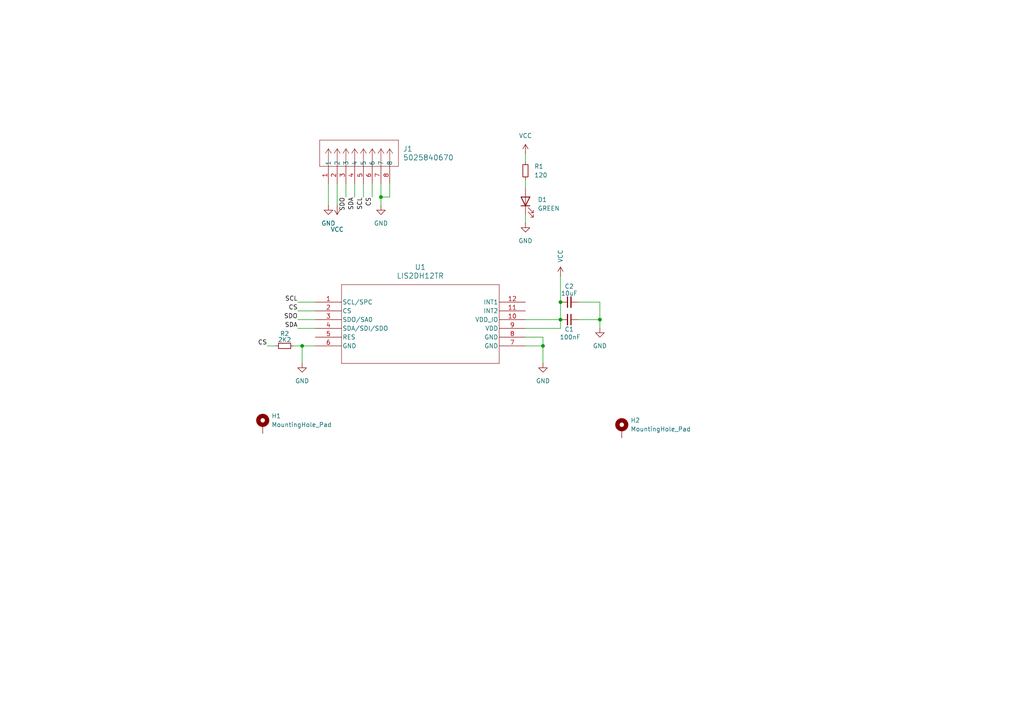
<source format=kicad_sch>
(kicad_sch (version 20231120) (generator "eeschema") (generator_version "8.0")
  (paper "A4")
  (lib_symbols
    (symbol "Device:C_Small" (pin_numbers hide) (pin_names (offset 0.254) hide)
      (property "Reference" "C" (at 0.254 1.778 0))
      (property "Value" "C_Small" (at 0.254 -2.032 0))
      (symbol "C_Small_0_1"
        (polyline (pts (xy -1.524 -0.508) (xy 1.524 -0.508)) (stroke (width 0.3302)))
        (polyline (pts (xy -1.524 0.508) (xy 1.524 0.508)) (stroke (width 0.3048)))
      )
      (symbol "C_Small_1_1"
        (pin passive line (at 0 2.54 270) (length 2.032) (name "~") (number "1"))
        (pin passive line (at 0 -2.54 90) (length 2.032) (name "~") (number "2"))
      )
    )
    (symbol "Device:LED" (pin_numbers hide) (pin_names (offset 1.016) hide)
      (property "Reference" "D" (at 0 2.54 0))
      (property "Value" "LED" (at 0 -2.54 0))
      (symbol "LED_0_1"
        (polyline (pts (xy -1.27 -1.27) (xy -1.27 1.27)) (stroke (width 0.254)))
        (polyline (pts (xy -1.27 0) (xy 1.27 0)))
        (polyline (pts (xy 1.27 -1.27) (xy 1.27 1.27) (xy -1.27 0) (xy 1.27 -1.27)) (stroke (width 0.254)))
        (polyline (pts (xy -3.048 -0.762) (xy -4.572 -2.286) (xy -3.81 -2.286) (xy -4.572 -2.286) (xy -4.572 -1.524)))
        (polyline (pts (xy -1.778 -0.762) (xy -3.302 -2.286) (xy -2.54 -2.286) (xy -3.302 -2.286) (xy -3.302 -1.524)))
      )
      (symbol "LED_1_1"
        (pin passive line (at -3.81 0 0) (length 2.54) (name "K") (number "1"))
        (pin passive line (at 3.81 0 180) (length 2.54) (name "A") (number "2"))
      )
    )
    (symbol "Device:R_Small" (pin_numbers hide) (pin_names (offset 0.254) hide)
      (property "Reference" "R" (at 0.762 0.508 0))
      (property "Value" "R_Small" (at 0.762 -1.016 0))
      (symbol "R_Small_0_1"
        (rectangle (start -0.762 1.778) (end 0.762 -1.778) (stroke (width 0.2032)))
      )
      (symbol "R_Small_1_1"
        (pin passive line (at 0 2.54 270) (length 0.762) (name "~") (number "1"))
        (pin passive line (at 0 -2.54 90) (length 0.762) (name "~") (number "2"))
      )
    )
    (symbol "Mechanical:MountingHole_Pad" (pin_numbers hide) (pin_names (offset 1.016) hide) (exclude_from_sim yes) (in_bom no)
      (property "Reference" "H" (at 0 6.35 0))
      (property "Value" "MountingHole_Pad" (at 0 4.445 0))
      (symbol "MountingHole_Pad_0_1"
        (circle (center 0 1.27) (radius 1.27) (stroke (width 1.27)))
      )
      (symbol "MountingHole_Pad_1_1"
        (pin input line (at 0 -2.54 90) (length 2.54) (name "1") (number "1"))
      )
    )
    (symbol "Molex_5025840670:5025840670" (pin_names (offset 0.254))
      (property "Reference" "J" (at 8.89 6.35 0))
      (property "Value" "5025840670" (at 0 0 0))
      (symbol "5025840670_1_1"
        (polyline (pts (xy 5.08 -20.32) (xy 12.7 -20.32)) (stroke (width 0.127)))
        (polyline (pts (xy 5.08 2.54) (xy 5.08 -20.32)) (stroke (width 0.127)))
        (polyline (pts (xy 10.16 -17.78) (xy 5.08 -17.78)) (stroke (width 0.127)))
        (polyline (pts (xy 10.16 -17.78) (xy 8.89 -18.6267)) (stroke (width 0.127)))
        (polyline (pts (xy 10.16 -17.78) (xy 8.89 -16.9333)) (stroke (width 0.127)))
        (polyline (pts (xy 10.16 -15.24) (xy 5.08 -15.24)) (stroke (width 0.127)))
        (polyline (pts (xy 10.16 -15.24) (xy 8.89 -16.0867)) (stroke (width 0.127)))
        (polyline (pts (xy 10.16 -15.24) (xy 8.89 -14.3933)) (stroke (width 0.127)))
        (polyline (pts (xy 10.16 -12.7) (xy 5.08 -12.7)) (stroke (width 0.127)))
        (polyline (pts (xy 10.16 -12.7) (xy 8.89 -13.5467)) (stroke (width 0.127)))
        (polyline (pts (xy 10.16 -12.7) (xy 8.89 -11.8533)) (stroke (width 0.127)))
        (polyline (pts (xy 10.16 -10.16) (xy 5.08 -10.16)) (stroke (width 0.127)))
        (polyline (pts (xy 10.16 -10.16) (xy 8.89 -11.0067)) (stroke (width 0.127)))
        (polyline (pts (xy 10.16 -10.16) (xy 8.89 -9.3133)) (stroke (width 0.127)))
        (polyline (pts (xy 10.16 -7.62) (xy 5.08 -7.62)) (stroke (width 0.127)))
        (polyline (pts (xy 10.16 -7.62) (xy 8.89 -8.4667)) (stroke (width 0.127)))
        (polyline (pts (xy 10.16 -7.62) (xy 8.89 -6.7733)) (stroke (width 0.127)))
        (polyline (pts (xy 10.16 -5.08) (xy 5.08 -5.08)) (stroke (width 0.127)))
        (polyline (pts (xy 10.16 -5.08) (xy 8.89 -5.9267)) (stroke (width 0.127)))
        (polyline (pts (xy 10.16 -5.08) (xy 8.89 -4.2333)) (stroke (width 0.127)))
        (polyline (pts (xy 10.16 -2.54) (xy 5.08 -2.54)) (stroke (width 0.127)))
        (polyline (pts (xy 10.16 -2.54) (xy 8.89 -3.3867)) (stroke (width 0.127)))
        (polyline (pts (xy 10.16 -2.54) (xy 8.89 -1.6933)) (stroke (width 0.127)))
        (polyline (pts (xy 10.16 0) (xy 5.08 0)) (stroke (width 0.127)))
        (polyline (pts (xy 10.16 0) (xy 8.89 -0.8467)) (stroke (width 0.127)))
        (polyline (pts (xy 10.16 0) (xy 8.89 0.8467)) (stroke (width 0.127)))
        (polyline (pts (xy 12.7 -20.32) (xy 12.7 2.54)) (stroke (width 0.127)))
        (polyline (pts (xy 12.7 2.54) (xy 5.08 2.54)) (stroke (width 0.127)))
        (pin unspecified line (at 0 0 0) (length 5.08) (name "1") (number "1"))
        (pin unspecified line (at 0 -2.54 0) (length 5.08) (name "2") (number "2"))
        (pin unspecified line (at 0 -5.08 0) (length 5.08) (name "3") (number "3"))
        (pin unspecified line (at 0 -7.62 0) (length 5.08) (name "4") (number "4"))
        (pin unspecified line (at 0 -10.16 0) (length 5.08) (name "5") (number "5"))
        (pin unspecified line (at 0 -12.7 0) (length 5.08) (name "6") (number "6"))
        (pin unspecified line (at 0 -15.24 0) (length 5.08) (name "7") (number "7"))
        (pin unspecified line (at 0 -17.78 0) (length 5.08) (name "8") (number "8"))
      )
      (symbol "5025840670_1_2"
        (polyline (pts (xy 5.08 -20.32) (xy 12.7 -20.32)) (stroke (width 0.127)))
        (polyline (pts (xy 5.08 2.54) (xy 5.08 -20.32)) (stroke (width 0.127)))
        (polyline (pts (xy 7.62 -17.78) (xy 5.08 -17.78)) (stroke (width 0.127)))
        (polyline (pts (xy 7.62 -17.78) (xy 8.89 -18.6267)) (stroke (width 0.127)))
        (polyline (pts (xy 7.62 -17.78) (xy 8.89 -16.9333)) (stroke (width 0.127)))
        (polyline (pts (xy 7.62 -15.24) (xy 5.08 -15.24)) (stroke (width 0.127)))
        (polyline (pts (xy 7.62 -15.24) (xy 8.89 -16.0867)) (stroke (width 0.127)))
        (polyline (pts (xy 7.62 -15.24) (xy 8.89 -14.3933)) (stroke (width 0.127)))
        (polyline (pts (xy 7.62 -12.7) (xy 5.08 -12.7)) (stroke (width 0.127)))
        (polyline (pts (xy 7.62 -12.7) (xy 8.89 -13.5467)) (stroke (width 0.127)))
        (polyline (pts (xy 7.62 -12.7) (xy 8.89 -11.8533)) (stroke (width 0.127)))
        (polyline (pts (xy 7.62 -10.16) (xy 5.08 -10.16)) (stroke (width 0.127)))
        (polyline (pts (xy 7.62 -10.16) (xy 8.89 -11.0067)) (stroke (width 0.127)))
        (polyline (pts (xy 7.62 -10.16) (xy 8.89 -9.3133)) (stroke (width 0.127)))
        (polyline (pts (xy 7.62 -7.62) (xy 5.08 -7.62)) (stroke (width 0.127)))
        (polyline (pts (xy 7.62 -7.62) (xy 8.89 -8.4667)) (stroke (width 0.127)))
        (polyline (pts (xy 7.62 -7.62) (xy 8.89 -6.7733)) (stroke (width 0.127)))
        (polyline (pts (xy 7.62 -5.08) (xy 5.08 -5.08)) (stroke (width 0.127)))
        (polyline (pts (xy 7.62 -5.08) (xy 8.89 -5.9267)) (stroke (width 0.127)))
        (polyline (pts (xy 7.62 -5.08) (xy 8.89 -4.2333)) (stroke (width 0.127)))
        (polyline (pts (xy 7.62 -2.54) (xy 5.08 -2.54)) (stroke (width 0.127)))
        (polyline (pts (xy 7.62 -2.54) (xy 8.89 -3.3867)) (stroke (width 0.127)))
        (polyline (pts (xy 7.62 -2.54) (xy 8.89 -1.6933)) (stroke (width 0.127)))
        (polyline (pts (xy 7.62 0) (xy 5.08 0)) (stroke (width 0.127)))
        (polyline (pts (xy 7.62 0) (xy 8.89 -0.8467)) (stroke (width 0.127)))
        (polyline (pts (xy 7.62 0) (xy 8.89 0.8467)) (stroke (width 0.127)))
        (polyline (pts (xy 12.7 -20.32) (xy 12.7 2.54)) (stroke (width 0.127)))
        (polyline (pts (xy 12.7 2.54) (xy 5.08 2.54)) (stroke (width 0.127)))
        (pin unspecified line (at 0 0 0) (length 5.08) (name "1") (number "1"))
        (pin unspecified line (at 0 -2.54 0) (length 5.08) (name "2") (number "2"))
        (pin unspecified line (at 0 -5.08 0) (length 5.08) (name "3") (number "3"))
        (pin unspecified line (at 0 -7.62 0) (length 5.08) (name "4") (number "4"))
        (pin unspecified line (at 0 -10.16 0) (length 5.08) (name "5") (number "5"))
        (pin unspecified line (at 0 -12.7 0) (length 5.08) (name "6") (number "6"))
        (pin unspecified line (at 0 -15.24 0) (length 5.08) (name "7") (number "7"))
        (pin unspecified line (at 0 -17.78 0) (length 5.08) (name "8") (number "8"))
      )
    )
    (symbol "STMicroelectronics:LIS2DH12TR" (pin_names (offset 0.254))
      (property "Reference" "U" (at 30.48 10.16 0))
      (property "Value" "LIS2DH12TR" (at 30.48 7.62 0))
      (symbol "LIS2DH12TR_0_1"
        (polyline (pts (xy 7.62 -17.78) (xy 53.34 -17.78)) (stroke (width 0.127)))
        (polyline (pts (xy 7.62 5.08) (xy 7.62 -17.78)) (stroke (width 0.127)))
        (polyline (pts (xy 53.34 -17.78) (xy 53.34 5.08)) (stroke (width 0.127)))
        (polyline (pts (xy 53.34 5.08) (xy 7.62 5.08)) (stroke (width 0.127)))
        (pin bidirectional line (at 0 0 0) (length 7.62) (name "SCL/SPC") (number "1"))
        (pin power_in line (at 60.96 -5.08 180) (length 7.62) (name "VDD_IO") (number "10"))
        (pin unspecified line (at 60.96 -2.54 180) (length 7.62) (name "INT2") (number "11"))
        (pin unspecified line (at 60.96 0 180) (length 7.62) (name "INT1") (number "12"))
        (pin bidirectional line (at 0 -2.54 0) (length 7.62) (name "CS") (number "2"))
        (pin bidirectional line (at 0 -5.08 0) (length 7.62) (name "SDO/SA0") (number "3"))
        (pin bidirectional line (at 0 -7.62 0) (length 7.62) (name "SDA/SDI/SDO") (number "4"))
        (pin unspecified line (at 0 -10.16 0) (length 7.62) (name "RES") (number "5"))
        (pin power_in line (at 0 -12.7 0) (length 7.62) (name "GND") (number "6"))
        (pin power_in line (at 60.96 -12.7 180) (length 7.62) (name "GND") (number "7"))
        (pin power_in line (at 60.96 -10.16 180) (length 7.62) (name "GND") (number "8"))
        (pin power_in line (at 60.96 -7.62 180) (length 7.62) (name "VDD") (number "9"))
      )
    )
    (symbol "power:GND" (power) (pin_numbers hide) (pin_names (offset 0) hide)
      (property "Value" "GND" (at 0 -3.81 0))
      (symbol "GND_0_1"
        (polyline (pts (xy 0 0) (xy 0 -1.27) (xy 1.27 -1.27) (xy 0 -2.54) (xy -1.27 -1.27) (xy 0 -1.27)))
      )
      (symbol "GND_1_1"
        (pin power_in line (at 0 0 270) (length 0) (name "~") (number "1"))
      )
    )
    (symbol "power:VCC" (power) (pin_numbers hide) (pin_names (offset 0) hide)
      (property "Value" "VCC" (at 0 3.556 0))
      (symbol "VCC_0_1"
        (polyline (pts (xy -0.762 1.27) (xy 0 2.54)))
        (polyline (pts (xy 0 0) (xy 0 2.54)))
        (polyline (pts (xy 0 2.54) (xy 0.762 1.27)))
      )
      (symbol "VCC_1_1"
        (pin power_in line (at 0 0 90) (length 0) (name "~") (number "1"))
      )
    )
  )
  (junction (at 162.56 92.71))
  (junction (at 110.49 57.15))
  (junction (at 157.48 100.33))
  (junction (at 162.56 87.63))
  (junction (at 87.63 100.33))
  (junction (at 173.99 92.71))
  (wire (pts (xy 91.44 100.33) (xy 87.63 100.33)))
  (wire (pts (xy 152.4 52.07) (xy 152.4 54.61)))
  (wire (pts (xy 152.4 62.23) (xy 152.4 64.77)))
  (wire (pts (xy 113.03 53.34) (xy 113.03 57.15)))
  (wire (pts (xy 167.64 92.71) (xy 173.99 92.71)))
  (wire (pts (xy 100.33 53.34) (xy 100.33 57.15)))
  (wire (pts (xy 86.36 95.25) (xy 91.44 95.25)))
  (wire (pts (xy 152.4 100.33) (xy 157.48 100.33)))
  (wire (pts (xy 167.64 87.63) (xy 173.99 87.63)))
  (wire (pts (xy 173.99 87.63) (xy 173.99 92.71)))
  (wire (pts (xy 157.48 97.79) (xy 157.48 100.33)))
  (wire (pts (xy 162.56 80.01) (xy 162.56 87.63)))
  (wire (pts (xy 105.41 53.34) (xy 105.41 57.15)))
  (wire (pts (xy 77.47 100.33) (xy 80.01 100.33)))
  (wire (pts (xy 85.09 100.33) (xy 87.63 100.33)))
  (wire (pts (xy 102.87 53.34) (xy 102.87 57.15)))
  (wire (pts (xy 162.56 92.71) (xy 162.56 95.25)))
  (wire (pts (xy 110.49 53.34) (xy 110.49 57.15)))
  (wire (pts (xy 97.79 53.34) (xy 97.79 59.69)))
  (wire (pts (xy 95.25 53.34) (xy 95.25 59.69)))
  (wire (pts (xy 152.4 97.79) (xy 157.48 97.79)))
  (wire (pts (xy 152.4 92.71) (xy 162.56 92.71)))
  (wire (pts (xy 157.48 100.33) (xy 157.48 105.41)))
  (wire (pts (xy 113.03 57.15) (xy 110.49 57.15)))
  (wire (pts (xy 87.63 100.33) (xy 87.63 105.41)))
  (wire (pts (xy 110.49 57.15) (xy 110.49 59.69)))
  (wire (pts (xy 173.99 92.71) (xy 173.99 95.25)))
  (wire (pts (xy 86.36 90.17) (xy 91.44 90.17)))
  (wire (pts (xy 86.36 92.71) (xy 91.44 92.71)))
  (wire (pts (xy 107.95 53.34) (xy 107.95 57.15)))
  (wire (pts (xy 162.56 95.25) (xy 152.4 95.25)))
  (wire (pts (xy 152.4 44.45) (xy 152.4 46.99)))
  (wire (pts (xy 86.36 87.63) (xy 91.44 87.63)))
  (wire (pts (xy 162.56 87.63) (xy 162.56 92.71)))
  (label "SDA" (at 86.36 95.25 180))
  (label "SCL" (at 86.36 87.63 180))
  (label "SDO" (at 86.36 92.71 180))
  (label "CS" (at 107.95 57.15 270))
  (label "SDO" (at 100.33 57.15 270))
  (label "SCL" (at 105.41 57.15 270))
  (label "CS" (at 77.47 100.33 180))
  (label "SDA" (at 102.87 57.15 270))
  (label "CS" (at 86.36 90.17 180))
  (symbol (lib_id "Mechanical:MountingHole_Pad") (at 76.2 123.19 0) (unit 1) (exclude_from_sim yes) (in_bom no)
    (property "Reference" "H1" (at 78.74 120.6499 0) (effects (justify left)))
    (property "Value" "MountingHole_Pad" (at 78.74 123.1899 0) (effects (justify left)))
    (property "Footprint" "MountingHole:MountingHole_2.2mm_M2_Pad" (effects (hide yes)))
    (property "Description" "Mounting Hole with connection" (effects (hide yes)))
  )
  (symbol (lib_id "power:VCC") (at 162.56 80.01 0) (unit 1)
    (property "Reference" "#PWR06" (effects (hide yes)))
    (property "Value" "VCC" (at 162.5599 76.2 90) (effects (justify left)))
    (property "Description" "Power symbol creates a global label with name \"VCC\"" (effects (hide yes)))
  )
  (symbol (lib_id "Mechanical:MountingHole_Pad") (at 180.34 124.46 0) (unit 1) (exclude_from_sim yes) (in_bom no)
    (property "Reference" "H2" (at 182.88 121.9199 0) (effects (justify left)))
    (property "Value" "MountingHole_Pad" (at 182.88 124.4599 0) (effects (justify left)))
    (property "Footprint" "MountingHole:MountingHole_2.2mm_M2_Pad" (effects (hide yes)))
    (property "Description" "Mounting Hole with connection" (effects (hide yes)))
  )
  (symbol (lib_id "power:VCC") (at 152.4 44.45 0) (unit 1)
    (property "Reference" "#PWR05" (effects (hide yes)))
    (property "Value" "VCC" (at 152.4 39.37 0))
    (property "Description" "Power symbol creates a global label with name \"VCC\"" (effects (hide yes)))
  )
  (symbol (lib_id "STMicroelectronics:LIS2DH12TR") (at 91.44 87.63 0) (unit 1)
    (property "Reference" "U1" (at 121.92 77.47 0) (effects (font (size 1.524 1.524))))
    (property "Value" "LIS2DH12TR" (at 121.92 80.01 0) (effects (font (size 1.524 1.524))))
    (property "Footprint" "STMicroelectronics:LGA-12_STM" (effects (hide yes)))
    (property "Datasheet" "LIS2DH12TR" (effects (hide yes)))
  )
  (symbol (lib_id "Device:R_Small") (at 152.4 49.53 0) (unit 1)
    (property "Reference" "R1" (at 154.94 48.2599 0) (effects (justify left)))
    (property "Value" "120" (at 154.94 50.7999 0) (effects (justify left)))
    (property "Footprint" "Resistor_SMD:R_0603_1608Metric" (effects (hide yes)))
    (property "Description" "Resistor, small symbol" (effects (hide yes)))
  )
  (symbol (lib_id "Molex_5025840670:5025840670") (at 95.25 53.34 90) (unit 1)
    (property "Reference" "J1" (at 116.84 43.1799 90) (effects (font (size 1.524 1.524)) (justify right)))
    (property "Value" "5025840670" (at 116.84 45.7199 90) (effects (font (size 1.524 1.524)) (justify right)))
    (property "Footprint" "CON_5025840670_MOL" (effects (hide yes)))
    (property "Datasheet" "5025840670" (effects (hide yes)))
  )
  (symbol (lib_id "power:GND") (at 173.99 95.25 0) (unit 1)
    (property "Reference" "#PWR08" (effects (hide yes)))
    (property "Value" "GND" (at 173.99 100.33 0))
    (property "Description" "Power symbol creates a global label with name \"GND\" , ground" (effects (hide yes)))
  )
  (symbol (lib_id "Device:LED") (at 152.4 58.42 90) (unit 1)
    (property "Reference" "D1" (at 155.956 57.912 90) (effects (justify right)))
    (property "Value" "GREEN" (at 155.956 60.452 90) (effects (justify right)))
    (property "Footprint" "LED_SMD:LED_0603_1608Metric" (effects (hide yes)))
    (property "Description" "Light emitting diode" (effects (hide yes)))
  )
  (symbol (lib_id "power:GND") (at 95.25 59.69 0) (unit 1)
    (property "Reference" "#PWR02" (effects (hide yes)))
    (property "Value" "GND" (at 95.25 64.77 0))
    (property "Description" "Power symbol creates a global label with name \"GND\" , ground" (effects (hide yes)))
  )
  (symbol (lib_id "Device:C_Small") (at 165.1 92.71 270) (unit 1)
    (property "Reference" "C1" (at 165.1 95.504 90))
    (property "Value" "100nF" (at 165.354 97.79 90))
    (property "Footprint" "Capacitor_SMD:C_0603_1608Metric" (effects (hide yes)))
    (property "Description" "Unpolarized capacitor, small symbol" (effects (hide yes)))
  )
  (symbol (lib_id "power:GND") (at 152.4 64.77 0) (unit 1)
    (property "Reference" "#PWR07" (effects (hide yes)))
    (property "Value" "GND" (at 152.4 69.85 0))
    (property "Description" "Power symbol creates a global label with name \"GND\" , ground" (effects (hide yes)))
  )
  (symbol (lib_id "power:GND") (at 87.63 105.41 0) (unit 1)
    (property "Reference" "#PWR03" (effects (hide yes)))
    (property "Value" "GND" (at 87.63 110.49 0))
    (property "Description" "Power symbol creates a global label with name \"GND\" , ground" (effects (hide yes)))
  )
  (symbol (lib_id "Device:C_Small") (at 165.1 87.63 90) (unit 1)
    (property "Reference" "C2" (at 165.1 83.058 90))
    (property "Value" "10uF" (at 165.1 85.09 90))
    (property "Footprint" "Capacitor_SMD:C_0603_1608Metric" (effects (hide yes)))
    (property "Description" "Unpolarized capacitor, small symbol" (effects (hide yes)))
  )
  (symbol (lib_id "Device:R_Small") (at 82.55 100.33 270) (unit 1)
    (property "Reference" "R2" (at 82.55 96.774 90))
    (property "Value" "2K2" (at 82.55 98.552 90))
    (property "Footprint" "Resistor_SMD:R_0603_1608Metric" (effects (hide yes)))
    (property "Description" "Resistor, small symbol" (effects (hide yes)))
  )
  (symbol (lib_id "power:GND") (at 110.49 59.69 0) (unit 1)
    (property "Reference" "#PWR09" (effects (hide yes)))
    (property "Value" "GND" (at 110.49 64.77 0))
    (property "Description" "Power symbol creates a global label with name \"GND\" , ground" (effects (hide yes)))
  )
  (symbol (lib_id "power:GND") (at 157.48 105.41 0) (unit 1)
    (property "Reference" "#PWR01" (effects (hide yes)))
    (property "Value" "GND" (at 157.48 110.49 0))
    (property "Description" "Power symbol creates a global label with name \"GND\" , ground" (effects (hide yes)))
  )
  (symbol (lib_id "power:VCC") (at 97.79 59.69 180) (unit 1)
    (property "Reference" "#PWR04" (effects (hide yes)))
    (property "Value" "VCC" (at 97.79 66.548 0))
    (property "Description" "Power symbol creates a global label with name \"VCC\"" (effects (hide yes)))
  )
)
</source>
